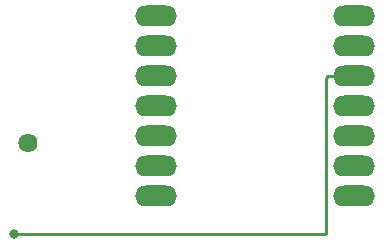
<source format=gbr>
%TF.GenerationSoftware,KiCad,Pcbnew,7.0.10*%
%TF.CreationDate,2024-02-13T16:39:49-08:00*%
%TF.ProjectId,FinalProject,46696e61-6c50-4726-9f6a-6563742e6b69,v2*%
%TF.SameCoordinates,Original*%
%TF.FileFunction,Copper,L2,Bot*%
%TF.FilePolarity,Positive*%
%FSLAX46Y46*%
G04 Gerber Fmt 4.6, Leading zero omitted, Abs format (unit mm)*
G04 Created by KiCad (PCBNEW 7.0.10) date 2024-02-13 16:39:49*
%MOMM*%
%LPD*%
G01*
G04 APERTURE LIST*
%TA.AperFunction,ComponentPad*%
%ADD10O,3.556000X1.778000*%
%TD*%
%TA.AperFunction,ComponentPad*%
%ADD11C,1.625000*%
%TD*%
%TA.AperFunction,ViaPad*%
%ADD12C,0.800000*%
%TD*%
%TA.AperFunction,Conductor*%
%ADD13C,0.250000*%
%TD*%
G04 APERTURE END LIST*
D10*
%TO.P,U1,14,GPIO44_D7_RX*%
%TO.N,unconnected-(U1-GPIO44_D7_RX-Pad14)*%
X138938000Y-108712000D03*
%TO.P,U1,13,GPIO7_A8_D8_SCK*%
%TO.N,unconnected-(U1-GPIO7_A8_D8_SCK-Pad13)*%
X138938000Y-106172000D03*
%TO.P,U1,12,GPIO8_A9_D9_CIPO*%
%TO.N,unconnected-(U1-GPIO8_A9_D9_CIPO-Pad12)*%
X138938000Y-103632000D03*
%TO.P,U1,11,GPIO9_A10_D10_COPI*%
%TO.N,unconnected-(U1-GPIO9_A10_D10_COPI-Pad11)*%
X138938000Y-101092000D03*
%TO.P,U1,10,3V3*%
%TO.N,/3.3V*%
X138938000Y-98552000D03*
%TO.P,U1,9,GND*%
%TO.N,GND*%
X138938000Y-96012000D03*
%TO.P,U1,8,5V*%
%TO.N,unconnected-(U1-5V-Pad8)*%
X138938000Y-93472000D03*
%TO.P,U1,7,GPIO43_TX_D6*%
%TO.N,unconnected-(U1-GPIO43_TX_D6-Pad7)*%
X122174000Y-108712000D03*
%TO.P,U1,6,GPIO6_A5_D5_SCL*%
%TO.N,Net-(U1-GPIO6_A5_D5_SCL)*%
X122174000Y-106172000D03*
%TO.P,U1,5,GPIO4_A3_D3_SDA*%
%TO.N,Net-(U1-GPIO4_A3_D3_SDA)*%
X122174000Y-103632000D03*
%TO.P,U1,4,GPIO4_A3_D3*%
%TO.N,Net-(IC1-DATA)*%
X122174000Y-101092000D03*
%TO.P,U1,3,GPIO3_A2_D2*%
%TO.N,Net-(IC1-WS)*%
X122174000Y-98552000D03*
%TO.P,U1,2,GPIO2_A1_D1*%
%TO.N,unconnected-(U1-GPIO2_A1_D1-Pad2)*%
X122174000Y-96012000D03*
%TO.P,U1,1,GPIO1_A0_D0*%
%TO.N,Net-(IC1-BCLK)*%
X122174000Y-93472000D03*
%TD*%
D11*
%TO.P,IC1,3,GND*%
%TO.N,GND*%
X111304000Y-104267000D03*
%TD*%
D12*
%TO.N,/3.3V*%
X110142800Y-111984200D03*
%TD*%
D13*
%TO.N,/3.3V*%
X138176000Y-98552000D02*
X136723000Y-98552000D01*
X136723000Y-98552000D02*
X136575000Y-98700000D01*
X136575000Y-98700000D02*
X136575000Y-111984200D01*
X136575000Y-111984200D02*
X110142800Y-111984200D01*
%TD*%
M02*

</source>
